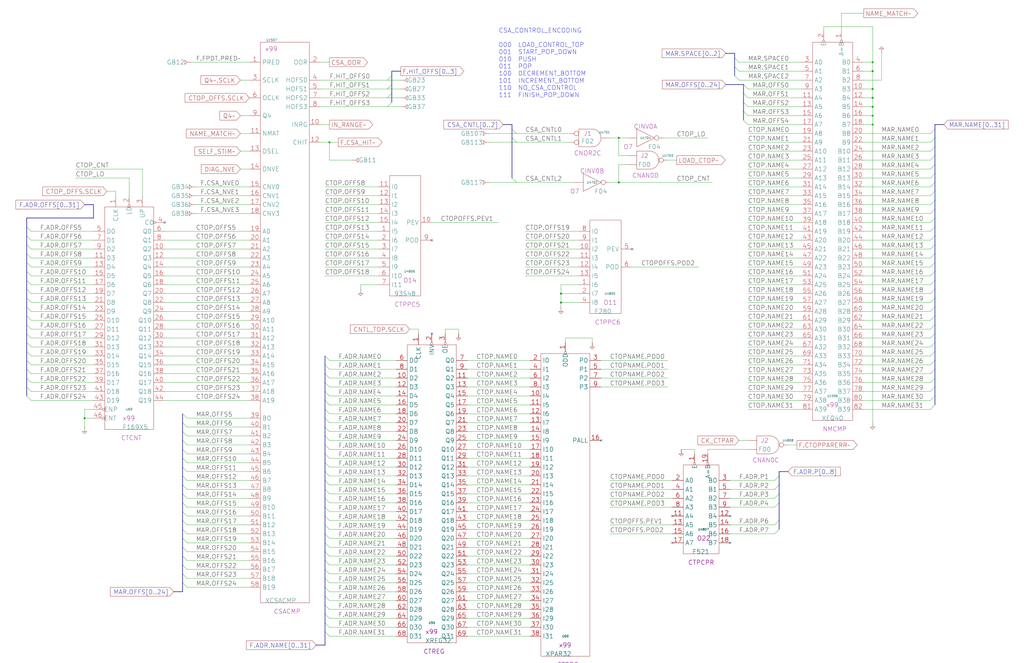
<source format=kicad_sch>
(kicad_sch (version 20230121) (generator eeschema)
  (paper "User" 584.2 378.46)
  (title_block (title "CSA OFFSET SELECT") (date "20-MAR-90") (rev "1.0") (comment 1 "FIU") (comment 2 "232-003065") (comment 3 "S400") (comment 4 "RELEASED"))
  (junction (at 497.84 60.96))
  (junction (at 497.84 50.8))
  (junction (at 48.26 238.76))
  (junction (at 497.84 55.88))
  (junction (at 353.06 78.74))
  (junction (at 497.84 35.56))
  (junction (at 353.06 104.14))
  (junction (at 320.04 167.64))
  (junction (at 497.84 66.04))
  (junction (at 497.84 40.64))
  (junction (at 320.04 172.72))
  (junction (at 187.96 81.28))
  (junction (at 497.84 71.12))
  (no_connect (at 416.56 294.64))
  (no_connect (at 246.38 137.16))
  (no_connect (at 246.38 190.5))
  (no_connect (at 342.9 251.46))
  (no_connect (at 416.56 309.88))
  (no_connect (at 360.68 142.24))
  (no_connect (at 383.54 309.88))
  (no_connect (at 383.54 294.64))
  (no_connect (at 93.98 127))
  (bus_entry (at 223.52 48.26) (size -2.54 2.54))
  (bus_entry (at 185.42 243.84) (size 2.54 2.54))
  (bus_entry (at 533.4 93.98) (size -2.54 2.54))
  (bus_entry (at 444.5 297.18) (size -2.54 2.54))
  (bus_entry (at 419.1 43.18) (size 2.54 2.54))
  (bus_entry (at 185.42 248.92) (size 2.54 2.54))
  (bus_entry (at 15.24 134.62) (size 2.54 2.54))
  (bus_entry (at 15.24 210.82) (size 2.54 2.54))
  (bus_entry (at 104.14 302.26) (size 2.54 2.54))
  (bus_entry (at 533.4 210.82) (size -2.54 2.54))
  (bus_entry (at 185.42 345.44) (size 2.54 2.54))
  (bus_entry (at 185.42 208.28) (size 2.54 2.54))
  (bus_entry (at 104.14 251.46) (size 2.54 2.54))
  (bus_entry (at 533.4 205.74) (size -2.54 2.54))
  (bus_entry (at 185.42 320.04) (size 2.54 2.54))
  (bus_entry (at 533.4 104.14) (size -2.54 2.54))
  (bus_entry (at 533.4 195.58) (size -2.54 2.54))
  (bus_entry (at 104.14 307.34) (size 2.54 2.54))
  (bus_entry (at 185.42 330.2) (size 2.54 2.54))
  (bus_entry (at 419.1 33.02) (size 2.54 2.54))
  (bus_entry (at 533.4 99.06) (size -2.54 2.54))
  (bus_entry (at 223.52 53.34) (size -2.54 2.54))
  (bus_entry (at 533.4 144.78) (size -2.54 2.54))
  (bus_entry (at 15.24 180.34) (size 2.54 2.54))
  (bus_entry (at 15.24 215.9) (size 2.54 2.54))
  (bus_entry (at 104.14 261.62) (size 2.54 2.54))
  (bus_entry (at 533.4 175.26) (size -2.54 2.54))
  (bus_entry (at 104.14 327.66) (size 2.54 2.54))
  (bus_entry (at 533.4 149.86) (size -2.54 2.54))
  (bus_entry (at 185.42 254) (size 2.54 2.54))
  (bus_entry (at 185.42 233.68) (size 2.54 2.54))
  (bus_entry (at 533.4 119.38) (size -2.54 2.54))
  (bus_entry (at 104.14 322.58) (size 2.54 2.54))
  (bus_entry (at 185.42 350.52) (size 2.54 2.54))
  (bus_entry (at 185.42 294.64) (size 2.54 2.54))
  (bus_entry (at 15.24 195.58) (size 2.54 2.54))
  (bus_entry (at 104.14 236.22) (size 2.54 2.54))
  (bus_entry (at 533.4 124.46) (size -2.54 2.54))
  (bus_entry (at 185.42 223.52) (size 2.54 2.54))
  (bus_entry (at 185.42 284.48) (size 2.54 2.54))
  (bus_entry (at 15.24 226.06) (size 2.54 2.54))
  (bus_entry (at 444.5 281.94) (size -2.54 2.54))
  (bus_entry (at 185.42 238.76) (size 2.54 2.54))
  (bus_entry (at 292.1 101.6) (size 2.54 2.54))
  (bus_entry (at 15.24 220.98) (size 2.54 2.54))
  (bus_entry (at 104.14 281.94) (size 2.54 2.54))
  (bus_entry (at 533.4 73.66) (size -2.54 2.54))
  (bus_entry (at 424.18 58.42) (size 2.54 2.54))
  (bus_entry (at 15.24 205.74) (size 2.54 2.54))
  (bus_entry (at 185.42 259.08) (size 2.54 2.54))
  (bus_entry (at 533.4 154.94) (size -2.54 2.54))
  (bus_entry (at 185.42 314.96) (size 2.54 2.54))
  (bus_entry (at 185.42 304.8) (size 2.54 2.54))
  (bus_entry (at 185.42 213.36) (size 2.54 2.54))
  (bus_entry (at 533.4 190.5) (size -2.54 2.54))
  (bus_entry (at 104.14 256.54) (size 2.54 2.54))
  (bus_entry (at 15.24 190.5) (size 2.54 2.54))
  (bus_entry (at 104.14 292.1) (size 2.54 2.54))
  (bus_entry (at 533.4 170.18) (size -2.54 2.54))
  (bus_entry (at 533.4 160.02) (size -2.54 2.54))
  (bus_entry (at 104.14 332.74) (size 2.54 2.54))
  (bus_entry (at 185.42 299.72) (size 2.54 2.54))
  (bus_entry (at 533.4 88.9) (size -2.54 2.54))
  (bus_entry (at 533.4 180.34) (size -2.54 2.54))
  (bus_entry (at 533.4 220.98) (size -2.54 2.54))
  (bus_entry (at 533.4 129.54) (size -2.54 2.54))
  (bus_entry (at 419.1 38.1) (size 2.54 2.54))
  (bus_entry (at 15.24 170.18) (size 2.54 2.54))
  (bus_entry (at 444.5 302.26) (size -2.54 2.54))
  (bus_entry (at 424.18 68.58) (size 2.54 2.54))
  (bus_entry (at 15.24 175.26) (size 2.54 2.54))
  (bus_entry (at 104.14 297.18) (size 2.54 2.54))
  (bus_entry (at 15.24 139.7) (size 2.54 2.54))
  (bus_entry (at 424.18 53.34) (size 2.54 2.54))
  (bus_entry (at 185.42 274.32) (size 2.54 2.54))
  (bus_entry (at 15.24 144.78) (size 2.54 2.54))
  (bus_entry (at 533.4 200.66) (size -2.54 2.54))
  (bus_entry (at 444.5 287.02) (size -2.54 2.54))
  (bus_entry (at 185.42 355.6) (size 2.54 2.54))
  (bus_entry (at 15.24 165.1) (size 2.54 2.54))
  (bus_entry (at 185.42 203.2) (size 2.54 2.54))
  (bus_entry (at 185.42 264.16) (size 2.54 2.54))
  (bus_entry (at 223.52 58.42) (size -2.54 2.54))
  (bus_entry (at 15.24 149.86) (size 2.54 2.54))
  (bus_entry (at 424.18 48.26) (size 2.54 2.54))
  (bus_entry (at 533.4 109.22) (size -2.54 2.54))
  (bus_entry (at 104.14 241.3) (size 2.54 2.54))
  (bus_entry (at 104.14 271.78) (size 2.54 2.54))
  (bus_entry (at 185.42 325.12) (size 2.54 2.54))
  (bus_entry (at 444.5 271.78) (size -2.54 2.54))
  (bus_entry (at 533.4 226.06) (size -2.54 2.54))
  (bus_entry (at 185.42 218.44) (size 2.54 2.54))
  (bus_entry (at 185.42 340.36) (size 2.54 2.54))
  (bus_entry (at 15.24 200.66) (size 2.54 2.54))
  (bus_entry (at 533.4 215.9) (size -2.54 2.54))
  (bus_entry (at 533.4 134.62) (size -2.54 2.54))
  (bus_entry (at 185.42 279.4) (size 2.54 2.54))
  (bus_entry (at 104.14 317.5) (size 2.54 2.54))
  (bus_entry (at 533.4 139.7) (size -2.54 2.54))
  (bus_entry (at 15.24 185.42) (size 2.54 2.54))
  (bus_entry (at 104.14 287.02) (size 2.54 2.54))
  (bus_entry (at 15.24 160.02) (size 2.54 2.54))
  (bus_entry (at 104.14 266.7) (size 2.54 2.54))
  (bus_entry (at 424.18 63.5) (size 2.54 2.54))
  (bus_entry (at 533.4 185.42) (size -2.54 2.54))
  (bus_entry (at 533.4 78.74) (size -2.54 2.54))
  (bus_entry (at 533.4 114.3) (size -2.54 2.54))
  (bus_entry (at 533.4 83.82) (size -2.54 2.54))
  (bus_entry (at 185.42 289.56) (size 2.54 2.54))
  (bus_entry (at 185.42 360.68) (size 2.54 2.54))
  (bus_entry (at 185.42 309.88) (size 2.54 2.54))
  (bus_entry (at 104.14 246.38) (size 2.54 2.54))
  (bus_entry (at 104.14 312.42) (size 2.54 2.54))
  (bus_entry (at 185.42 269.24) (size 2.54 2.54))
  (bus_entry (at 292.1 73.66) (size 2.54 2.54))
  (bus_entry (at 185.42 335.28) (size 2.54 2.54))
  (bus_entry (at 104.14 276.86) (size 2.54 2.54))
  (bus_entry (at 15.24 154.94) (size 2.54 2.54))
  (bus_entry (at 185.42 228.6) (size 2.54 2.54))
  (bus_entry (at 533.4 231.14) (size -2.54 2.54))
  (bus_entry (at 223.52 43.18) (size -2.54 2.54))
  (bus_entry (at 444.5 276.86) (size -2.54 2.54))
  (bus_entry (at 292.1 78.74) (size 2.54 2.54))
  (bus_entry (at 15.24 129.54) (size 2.54 2.54))
  (bus_entry (at 533.4 165.1) (size -2.54 2.54))
  (wire (pts (xy 353.06 104.14) (xy 406.4 104.14)))
  (wire (pts (xy 294.64 81.28) (xy 325.12 81.28)))
  (wire (pts (xy 66.04 109.22) (xy 66.04 111.76)))
  (wire (pts (xy 492.76 45.72) (xy 502.92 45.72)))
  (wire (pts (xy 530.86 228.6) (xy 492.76 228.6)))
  (bus (pts (xy 185.42 350.52) (xy 185.42 355.6)))
  (wire (pts (xy 480.06 7.62) (xy 480.06 17.78)))
  (bus (pts (xy 419.1 30.48) (xy 419.1 33.02)))
  (bus (pts (xy 15.24 220.98) (xy 15.24 226.06)))
  (wire (pts (xy 266.7 261.62) (xy 302.26 261.62)))
  (bus (pts (xy 185.42 238.76) (xy 185.42 243.84)))
  (bus (pts (xy 424.18 53.34) (xy 424.18 58.42)))
  (wire (pts (xy 279.4 104.14) (xy 294.64 104.14)))
  (wire (pts (xy 426.72 223.52) (xy 457.2 223.52)))
  (wire (pts (xy 530.86 81.28) (xy 492.76 81.28)))
  (bus (pts (xy 414.02 30.48) (xy 419.1 30.48)))
  (bus (pts (xy 185.42 330.2) (xy 185.42 335.28)))
  (wire (pts (xy 358.14 93.98) (xy 353.06 93.98)))
  (wire (pts (xy 266.7 337.82) (xy 302.26 337.82)))
  (wire (pts (xy 48.26 243.84) (xy 48.26 238.76)))
  (wire (pts (xy 426.72 121.92) (xy 457.2 121.92)))
  (wire (pts (xy 187.96 220.98) (xy 226.06 220.98)))
  (wire (pts (xy 497.84 15.24) (xy 497.84 35.56)))
  (wire (pts (xy 426.72 172.72) (xy 457.2 172.72)))
  (wire (pts (xy 426.72 193.04) (xy 457.2 193.04)))
  (wire (pts (xy 330.2 167.64) (xy 320.04 167.64)))
  (bus (pts (xy 185.42 299.72) (xy 185.42 304.8)))
  (wire (pts (xy 426.72 213.36) (xy 457.2 213.36)))
  (wire (pts (xy 93.98 218.44) (xy 142.24 218.44)))
  (bus (pts (xy 15.24 210.82) (xy 15.24 215.9)))
  (wire (pts (xy 294.64 76.2) (xy 325.12 76.2)))
  (wire (pts (xy 93.98 193.04) (xy 142.24 193.04)))
  (bus (pts (xy 223.52 43.18) (xy 223.52 48.26)))
  (wire (pts (xy 187.96 281.94) (xy 226.06 281.94)))
  (wire (pts (xy 530.86 203.2) (xy 492.76 203.2)))
  (bus (pts (xy 15.24 190.5) (xy 15.24 195.58)))
  (wire (pts (xy 426.72 66.04) (xy 457.2 66.04)))
  (bus (pts (xy 185.42 243.84) (xy 185.42 248.92)))
  (wire (pts (xy 220.98 50.8) (xy 228.6 50.8)))
  (wire (pts (xy 299.72 152.4) (xy 330.2 152.4)))
  (wire (pts (xy 187.96 81.28) (xy 193.04 81.28)))
  (wire (pts (xy 322.58 193.04) (xy 322.58 195.58)))
  (wire (pts (xy 266.7 332.74) (xy 302.26 332.74)))
  (bus (pts (xy 53.34 124.46) (xy 15.24 124.46)))
  (bus (pts (xy 104.14 322.58) (xy 104.14 327.66)))
  (wire (pts (xy 17.78 187.96) (xy 53.34 187.96)))
  (bus (pts (xy 15.24 165.1) (xy 15.24 170.18)))
  (bus (pts (xy 223.52 40.64) (xy 228.6 40.64)))
  (wire (pts (xy 93.98 208.28) (xy 142.24 208.28)))
  (bus (pts (xy 419.1 38.1) (xy 419.1 43.18)))
  (bus (pts (xy 15.24 160.02) (xy 15.24 165.1)))
  (wire (pts (xy 266.7 363.22) (xy 302.26 363.22)))
  (wire (pts (xy 530.86 172.72) (xy 492.76 172.72)))
  (wire (pts (xy 279.4 81.28) (xy 294.64 81.28)))
  (wire (pts (xy 279.4 76.2) (xy 294.64 76.2)))
  (wire (pts (xy 353.06 93.98) (xy 353.06 104.14)))
  (wire (pts (xy 220.98 60.96) (xy 228.6 60.96)))
  (wire (pts (xy 187.96 327.66) (xy 226.06 327.66)))
  (wire (pts (xy 187.96 231.14) (xy 226.06 231.14)))
  (wire (pts (xy 426.72 218.44) (xy 457.2 218.44)))
  (wire (pts (xy 266.7 317.5) (xy 302.26 317.5)))
  (bus (pts (xy 444.5 287.02) (xy 444.5 297.18)))
  (wire (pts (xy 93.98 152.4) (xy 142.24 152.4)))
  (wire (pts (xy 17.78 137.16) (xy 53.34 137.16)))
  (wire (pts (xy 497.84 66.04) (xy 497.84 71.12)))
  (wire (pts (xy 530.86 198.12) (xy 492.76 198.12)))
  (wire (pts (xy 17.78 142.24) (xy 53.34 142.24)))
  (wire (pts (xy 187.96 271.78) (xy 226.06 271.78)))
  (bus (pts (xy 15.24 154.94) (xy 15.24 160.02)))
  (wire (pts (xy 403.86 259.08) (xy 403.86 256.54)))
  (wire (pts (xy 215.9 162.56) (xy 205.74 162.56)))
  (bus (pts (xy 185.42 254) (xy 185.42 259.08)))
  (wire (pts (xy 469.9 15.24) (xy 497.84 15.24)))
  (bus (pts (xy 533.4 93.98) (xy 533.4 99.06)))
  (bus (pts (xy 104.14 251.46) (xy 104.14 256.54)))
  (wire (pts (xy 60.96 109.22) (xy 66.04 109.22)))
  (wire (pts (xy 426.72 142.24) (xy 457.2 142.24)))
  (wire (pts (xy 342.9 210.82) (xy 381 210.82)))
  (wire (pts (xy 185.42 116.84) (xy 215.9 116.84)))
  (wire (pts (xy 530.86 223.52) (xy 492.76 223.52)))
  (wire (pts (xy 106.68 314.96) (xy 142.24 314.96)))
  (wire (pts (xy 187.96 302.26) (xy 226.06 302.26)))
  (wire (pts (xy 17.78 198.12) (xy 53.34 198.12)))
  (wire (pts (xy 187.96 322.58) (xy 226.06 322.58)))
  (wire (pts (xy 266.7 215.9) (xy 302.26 215.9)))
  (wire (pts (xy 17.78 203.2) (xy 53.34 203.2)))
  (wire (pts (xy 530.86 157.48) (xy 492.76 157.48)))
  (bus (pts (xy 533.4 154.94) (xy 533.4 160.02)))
  (wire (pts (xy 17.78 213.36) (xy 53.34 213.36)))
  (wire (pts (xy 530.86 177.8) (xy 492.76 177.8)))
  (wire (pts (xy 187.96 347.98) (xy 226.06 347.98)))
  (wire (pts (xy 182.88 35.56) (xy 187.96 35.56)))
  (wire (pts (xy 93.98 187.96) (xy 142.24 187.96)))
  (wire (pts (xy 17.78 182.88) (xy 53.34 182.88)))
  (wire (pts (xy 137.16 96.52) (xy 142.24 96.52)))
  (wire (pts (xy 358.14 88.9) (xy 353.06 88.9)))
  (wire (pts (xy 426.72 198.12) (xy 457.2 198.12)))
  (bus (pts (xy 419.1 33.02) (xy 419.1 38.1)))
  (wire (pts (xy 220.98 55.88) (xy 228.6 55.88)))
  (bus (pts (xy 15.24 129.54) (xy 15.24 134.62)))
  (wire (pts (xy 426.72 96.52) (xy 457.2 96.52)))
  (wire (pts (xy 185.42 142.24) (xy 215.9 142.24)))
  (wire (pts (xy 266.7 287.02) (xy 302.26 287.02)))
  (wire (pts (xy 266.7 241.3) (xy 302.26 241.3)))
  (bus (pts (xy 424.18 63.5) (xy 424.18 68.58)))
  (bus (pts (xy 104.14 241.3) (xy 104.14 246.38)))
  (wire (pts (xy 530.86 233.68) (xy 492.76 233.68)))
  (wire (pts (xy 182.88 50.8) (xy 220.98 50.8)))
  (wire (pts (xy 530.86 182.88) (xy 492.76 182.88)))
  (bus (pts (xy 104.14 287.02) (xy 104.14 292.1)))
  (wire (pts (xy 93.98 172.72) (xy 142.24 172.72)))
  (wire (pts (xy 187.96 226.06) (xy 226.06 226.06)))
  (wire (pts (xy 266.7 231.14) (xy 302.26 231.14)))
  (wire (pts (xy 185.42 127) (xy 215.9 127)))
  (wire (pts (xy 17.78 157.48) (xy 53.34 157.48)))
  (wire (pts (xy 106.68 304.8) (xy 142.24 304.8)))
  (wire (pts (xy 381 91.44) (xy 386.08 91.44)))
  (wire (pts (xy 266.7 353.06) (xy 302.26 353.06)))
  (wire (pts (xy 106.68 284.48) (xy 142.24 284.48)))
  (bus (pts (xy 185.42 208.28) (xy 185.42 213.36)))
  (wire (pts (xy 17.78 172.72) (xy 53.34 172.72)))
  (wire (pts (xy 93.98 142.24) (xy 142.24 142.24)))
  (bus (pts (xy 15.24 180.34) (xy 15.24 185.42)))
  (bus (pts (xy 185.42 203.2) (xy 185.42 208.28)))
  (bus (pts (xy 15.24 205.74) (xy 15.24 210.82)))
  (wire (pts (xy 254 187.96) (xy 261.62 187.96)))
  (wire (pts (xy 187.96 276.86) (xy 226.06 276.86)))
  (wire (pts (xy 403.86 78.74) (xy 378.46 78.74)))
  (bus (pts (xy 15.24 175.26) (xy 15.24 180.34)))
  (bus (pts (xy 104.14 261.62) (xy 104.14 266.7)))
  (bus (pts (xy 533.4 210.82) (xy 533.4 215.9)))
  (bus (pts (xy 533.4 165.1) (xy 533.4 170.18)))
  (wire (pts (xy 17.78 177.8) (xy 53.34 177.8)))
  (bus (pts (xy 15.24 149.86) (xy 15.24 154.94)))
  (wire (pts (xy 187.96 251.46) (xy 226.06 251.46)))
  (wire (pts (xy 187.96 292.1) (xy 226.06 292.1)))
  (bus (pts (xy 104.14 317.5) (xy 104.14 322.58)))
  (wire (pts (xy 111.76 116.84) (xy 142.24 116.84)))
  (wire (pts (xy 330.2 162.56) (xy 320.04 162.56)))
  (wire (pts (xy 426.72 116.84) (xy 457.2 116.84)))
  (wire (pts (xy 299.72 132.08) (xy 330.2 132.08)))
  (bus (pts (xy 104.14 307.34) (xy 104.14 312.42)))
  (bus (pts (xy 533.4 170.18) (xy 533.4 175.26)))
  (wire (pts (xy 185.42 132.08) (xy 215.9 132.08)))
  (wire (pts (xy 426.72 132.08) (xy 457.2 132.08)))
  (wire (pts (xy 426.72 106.68) (xy 457.2 106.68)))
  (wire (pts (xy 106.68 335.28) (xy 142.24 335.28)))
  (wire (pts (xy 111.76 111.76) (xy 142.24 111.76)))
  (wire (pts (xy 266.7 307.34) (xy 302.26 307.34)))
  (wire (pts (xy 530.86 127) (xy 492.76 127)))
  (bus (pts (xy 444.5 269.24) (xy 444.5 271.78)))
  (wire (pts (xy 299.72 157.48) (xy 330.2 157.48)))
  (wire (pts (xy 187.96 241.3) (xy 226.06 241.3)))
  (bus (pts (xy 185.42 259.08) (xy 185.42 264.16)))
  (wire (pts (xy 266.7 220.98) (xy 302.26 220.98)))
  (wire (pts (xy 320.04 167.64) (xy 320.04 172.72)))
  (wire (pts (xy 492.76 55.88) (xy 497.84 55.88)))
  (bus (pts (xy 185.42 228.6) (xy 185.42 233.68)))
  (wire (pts (xy 530.86 132.08) (xy 492.76 132.08)))
  (wire (pts (xy 187.96 215.9) (xy 226.06 215.9)))
  (wire (pts (xy 426.72 233.68) (xy 457.2 233.68)))
  (wire (pts (xy 421.64 251.46) (xy 426.72 251.46)))
  (bus (pts (xy 15.24 144.78) (xy 15.24 149.86)))
  (bus (pts (xy 444.5 281.94) (xy 444.5 287.02)))
  (bus (pts (xy 185.42 320.04) (xy 185.42 325.12)))
  (wire (pts (xy 426.72 91.44) (xy 457.2 91.44)))
  (wire (pts (xy 93.98 228.6) (xy 142.24 228.6)))
  (wire (pts (xy 106.68 294.64) (xy 142.24 294.64)))
  (wire (pts (xy 106.68 320.04) (xy 142.24 320.04)))
  (wire (pts (xy 299.72 142.24) (xy 330.2 142.24)))
  (wire (pts (xy 497.84 40.64) (xy 497.84 50.8)))
  (wire (pts (xy 93.98 147.32) (xy 142.24 147.32)))
  (bus (pts (xy 533.4 226.06) (xy 533.4 231.14)))
  (wire (pts (xy 182.88 45.72) (xy 220.98 45.72)))
  (wire (pts (xy 492.76 66.04) (xy 497.84 66.04)))
  (wire (pts (xy 17.78 152.4) (xy 53.34 152.4)))
  (wire (pts (xy 337.82 195.58) (xy 337.82 193.04)))
  (bus (pts (xy 533.4 144.78) (xy 533.4 149.86)))
  (wire (pts (xy 187.96 337.82) (xy 226.06 337.82)))
  (wire (pts (xy 246.38 127) (xy 284.48 127)))
  (wire (pts (xy 266.7 312.42) (xy 302.26 312.42)))
  (bus (pts (xy 538.48 71.12) (xy 533.4 71.12)))
  (wire (pts (xy 426.72 182.88) (xy 457.2 182.88)))
  (wire (pts (xy 266.7 292.1) (xy 302.26 292.1)))
  (wire (pts (xy 449.58 254) (xy 454.66 254)))
  (bus (pts (xy 104.14 297.18) (xy 104.14 302.26)))
  (wire (pts (xy 266.7 210.82) (xy 302.26 210.82)))
  (wire (pts (xy 497.84 71.12) (xy 497.84 241.3)))
  (wire (pts (xy 106.68 309.88) (xy 142.24 309.88)))
  (wire (pts (xy 187.96 91.44) (xy 187.96 81.28)))
  (wire (pts (xy 187.96 287.02) (xy 226.06 287.02)))
  (wire (pts (xy 530.86 142.24) (xy 492.76 142.24)))
  (bus (pts (xy 15.24 139.7) (xy 15.24 144.78)))
  (wire (pts (xy 266.7 276.86) (xy 302.26 276.86)))
  (wire (pts (xy 187.96 261.62) (xy 226.06 261.62)))
  (wire (pts (xy 187.96 246.38) (xy 226.06 246.38)))
  (bus (pts (xy 414.02 48.26) (xy 424.18 48.26)))
  (wire (pts (xy 73.66 101.6) (xy 73.66 111.76)))
  (bus (pts (xy 292.1 78.74) (xy 292.1 101.6)))
  (wire (pts (xy 187.96 332.74) (xy 226.06 332.74)))
  (wire (pts (xy 254 187.96) (xy 254 190.5)))
  (bus (pts (xy 185.42 304.8) (xy 185.42 309.88)))
  (bus (pts (xy 533.4 220.98) (xy 533.4 226.06)))
  (wire (pts (xy 106.68 254) (xy 142.24 254)))
  (bus (pts (xy 287.02 71.12) (xy 292.1 71.12)))
  (wire (pts (xy 220.98 45.72) (xy 228.6 45.72)))
  (wire (pts (xy 43.18 101.6) (xy 73.66 101.6)))
  (wire (pts (xy 492.76 35.56) (xy 497.84 35.56)))
  (bus (pts (xy 533.4 175.26) (xy 533.4 180.34)))
  (bus (pts (xy 424.18 48.26) (xy 424.18 53.34)))
  (wire (pts (xy 426.72 111.76) (xy 457.2 111.76)))
  (bus (pts (xy 185.42 279.4) (xy 185.42 284.48)))
  (wire (pts (xy 497.84 60.96) (xy 497.84 66.04)))
  (wire (pts (xy 497.84 50.8) (xy 497.84 55.88)))
  (bus (pts (xy 185.42 340.36) (xy 185.42 345.44)))
  (wire (pts (xy 426.72 55.88) (xy 457.2 55.88)))
  (bus (pts (xy 15.24 170.18) (xy 15.24 175.26)))
  (wire (pts (xy 182.88 81.28) (xy 187.96 81.28)))
  (wire (pts (xy 81.28 96.52) (xy 81.28 111.76)))
  (wire (pts (xy 320.04 172.72) (xy 320.04 175.26)))
  (wire (pts (xy 205.74 162.56) (xy 205.74 165.1)))
  (bus (pts (xy 533.4 73.66) (xy 533.4 78.74)))
  (wire (pts (xy 530.86 86.36) (xy 492.76 86.36)))
  (wire (pts (xy 530.86 76.2) (xy 492.76 76.2)))
  (bus (pts (xy 104.14 312.42) (xy 104.14 317.5)))
  (bus (pts (xy 185.42 368.3) (xy 185.42 360.68)))
  (wire (pts (xy 187.96 205.74) (xy 226.06 205.74)))
  (wire (pts (xy 187.96 266.7) (xy 226.06 266.7)))
  (wire (pts (xy 17.78 162.56) (xy 53.34 162.56)))
  (wire (pts (xy 106.68 274.32) (xy 142.24 274.32)))
  (wire (pts (xy 137.16 45.72) (xy 142.24 45.72)))
  (wire (pts (xy 187.96 353.06) (xy 226.06 353.06)))
  (wire (pts (xy 238.76 187.96) (xy 238.76 190.5)))
  (wire (pts (xy 53.34 233.68) (xy 48.26 233.68)))
  (bus (pts (xy 104.14 327.66) (xy 104.14 332.74)))
  (wire (pts (xy 93.98 162.56) (xy 142.24 162.56)))
  (wire (pts (xy 426.72 228.6) (xy 457.2 228.6)))
  (wire (pts (xy 266.7 236.22) (xy 302.26 236.22)))
  (wire (pts (xy 426.72 187.96) (xy 457.2 187.96)))
  (wire (pts (xy 426.72 71.12) (xy 457.2 71.12)))
  (wire (pts (xy 106.68 330.2) (xy 142.24 330.2)))
  (bus (pts (xy 104.14 302.26) (xy 104.14 307.34)))
  (wire (pts (xy 530.86 187.96) (xy 492.76 187.96)))
  (wire (pts (xy 530.86 218.44) (xy 492.76 218.44)))
  (wire (pts (xy 530.86 111.76) (xy 492.76 111.76)))
  (wire (pts (xy 200.66 91.44) (xy 187.96 91.44)))
  (wire (pts (xy 266.7 205.74) (xy 302.26 205.74)))
  (wire (pts (xy 347.98 304.8) (xy 383.54 304.8)))
  (wire (pts (xy 502.92 45.72) (xy 502.92 30.48)))
  (bus (pts (xy 104.14 256.54) (xy 104.14 261.62)))
  (wire (pts (xy 530.86 162.56) (xy 492.76 162.56)))
  (wire (pts (xy 426.72 86.36) (xy 457.2 86.36)))
  (bus (pts (xy 533.4 185.42) (xy 533.4 190.5)))
  (wire (pts (xy 530.86 147.32) (xy 492.76 147.32)))
  (bus (pts (xy 444.5 297.18) (xy 444.5 302.26)))
  (bus (pts (xy 185.42 314.96) (xy 185.42 320.04)))
  (wire (pts (xy 93.98 132.08) (xy 142.24 132.08)))
  (wire (pts (xy 416.56 304.8) (xy 441.96 304.8)))
  (wire (pts (xy 337.82 193.04) (xy 322.58 193.04)))
  (wire (pts (xy 187.96 342.9) (xy 226.06 342.9)))
  (wire (pts (xy 137.16 76.2) (xy 142.24 76.2)))
  (wire (pts (xy 530.86 167.64) (xy 492.76 167.64)))
  (wire (pts (xy 187.96 317.5) (xy 226.06 317.5)))
  (wire (pts (xy 426.72 177.8) (xy 457.2 177.8)))
  (wire (pts (xy 426.72 50.8) (xy 457.2 50.8)))
  (bus (pts (xy 104.14 271.78) (xy 104.14 276.86)))
  (wire (pts (xy 266.7 302.26) (xy 302.26 302.26)))
  (wire (pts (xy 93.98 223.52) (xy 142.24 223.52)))
  (wire (pts (xy 187.96 363.22) (xy 226.06 363.22)))
  (bus (pts (xy 533.4 200.66) (xy 533.4 205.74)))
  (bus (pts (xy 533.4 99.06) (xy 533.4 104.14)))
  (wire (pts (xy 106.68 259.08) (xy 142.24 259.08)))
  (wire (pts (xy 187.96 312.42) (xy 226.06 312.42)))
  (wire (pts (xy 187.96 307.34) (xy 226.06 307.34)))
  (wire (pts (xy 266.7 322.58) (xy 302.26 322.58)))
  (wire (pts (xy 347.98 78.74) (xy 353.06 78.74)))
  (wire (pts (xy 299.72 147.32) (xy 330.2 147.32)))
  (wire (pts (xy 185.42 111.76) (xy 215.9 111.76)))
  (bus (pts (xy 533.4 205.74) (xy 533.4 210.82)))
  (wire (pts (xy 530.86 193.04) (xy 492.76 193.04)))
  (wire (pts (xy 261.62 190.5) (xy 261.62 187.96)))
  (bus (pts (xy 104.14 281.94) (xy 104.14 287.02)))
  (bus (pts (xy 424.18 58.42) (xy 424.18 63.5)))
  (wire (pts (xy 93.98 203.2) (xy 142.24 203.2)))
  (wire (pts (xy 426.72 76.2) (xy 457.2 76.2)))
  (bus (pts (xy 104.14 266.7) (xy 104.14 271.78)))
  (bus (pts (xy 533.4 104.14) (xy 533.4 109.22)))
  (bus (pts (xy 104.14 236.22) (xy 104.14 241.3)))
  (wire (pts (xy 106.68 325.12) (xy 142.24 325.12)))
  (wire (pts (xy 17.78 228.6) (xy 53.34 228.6)))
  (wire (pts (xy 106.68 248.92) (xy 142.24 248.92)))
  (wire (pts (xy 187.96 210.82) (xy 226.06 210.82)))
  (bus (pts (xy 533.4 180.34) (xy 533.4 185.42)))
  (wire (pts (xy 530.86 116.84) (xy 492.76 116.84)))
  (bus (pts (xy 185.42 218.44) (xy 185.42 223.52)))
  (wire (pts (xy 182.88 55.88) (xy 220.98 55.88)))
  (wire (pts (xy 347.98 299.72) (xy 383.54 299.72)))
  (wire (pts (xy 266.7 266.7) (xy 302.26 266.7)))
  (wire (pts (xy 48.26 233.68) (xy 48.26 238.76)))
  (bus (pts (xy 104.14 276.86) (xy 104.14 281.94)))
  (wire (pts (xy 426.72 208.28) (xy 457.2 208.28)))
  (wire (pts (xy 342.9 205.74) (xy 381 205.74)))
  (wire (pts (xy 426.72 157.48) (xy 457.2 157.48)))
  (wire (pts (xy 185.42 152.4) (xy 215.9 152.4)))
  (wire (pts (xy 497.84 35.56) (xy 497.84 40.64)))
  (bus (pts (xy 185.42 309.88) (xy 185.42 314.96)))
  (wire (pts (xy 426.72 137.16) (xy 457.2 137.16)))
  (wire (pts (xy 187.96 236.22) (xy 226.06 236.22)))
  (wire (pts (xy 111.76 121.92) (xy 142.24 121.92)))
  (wire (pts (xy 106.68 279.4) (xy 142.24 279.4)))
  (wire (pts (xy 106.68 299.72) (xy 142.24 299.72)))
  (wire (pts (xy 426.72 147.32) (xy 457.2 147.32)))
  (bus (pts (xy 533.4 190.5) (xy 533.4 195.58)))
  (wire (pts (xy 426.72 60.96) (xy 457.2 60.96)))
  (wire (pts (xy 492.76 7.62) (xy 480.06 7.62)))
  (wire (pts (xy 185.42 106.68) (xy 215.9 106.68)))
  (bus (pts (xy 533.4 78.74) (xy 533.4 83.82)))
  (wire (pts (xy 426.72 81.28) (xy 457.2 81.28)))
  (wire (pts (xy 106.68 264.16) (xy 142.24 264.16)))
  (wire (pts (xy 360.68 152.4) (xy 398.78 152.4)))
  (bus (pts (xy 444.5 271.78) (xy 444.5 276.86)))
  (wire (pts (xy 93.98 198.12) (xy 142.24 198.12)))
  (wire (pts (xy 266.7 256.54) (xy 302.26 256.54)))
  (wire (pts (xy 403.86 256.54) (xy 426.72 256.54)))
  (wire (pts (xy 93.98 177.8) (xy 142.24 177.8)))
  (wire (pts (xy 416.56 274.32) (xy 441.96 274.32)))
  (wire (pts (xy 353.06 78.74) (xy 358.14 78.74)))
  (wire (pts (xy 492.76 71.12) (xy 497.84 71.12)))
  (wire (pts (xy 530.86 208.28) (xy 492.76 208.28)))
  (bus (pts (xy 15.24 124.46) (xy 15.24 129.54)))
  (wire (pts (xy 426.72 101.6) (xy 457.2 101.6)))
  (bus (pts (xy 53.34 116.84) (xy 53.34 124.46)))
  (wire (pts (xy 388.62 256.54) (xy 396.24 256.54)))
  (wire (pts (xy 347.98 104.14) (xy 353.06 104.14)))
  (wire (pts (xy 48.26 238.76) (xy 53.34 238.76)))
  (bus (pts (xy 185.42 233.68) (xy 185.42 238.76)))
  (wire (pts (xy 137.16 86.36) (xy 142.24 86.36)))
  (wire (pts (xy 182.88 71.12) (xy 187.96 71.12)))
  (wire (pts (xy 17.78 167.64) (xy 53.34 167.64)))
  (wire (pts (xy 426.72 162.56) (xy 457.2 162.56)))
  (wire (pts (xy 182.88 60.96) (xy 220.98 60.96)))
  (bus (pts (xy 533.4 109.22) (xy 533.4 114.3)))
  (wire (pts (xy 416.56 284.48) (xy 441.96 284.48)))
  (wire (pts (xy 187.96 256.54) (xy 226.06 256.54)))
  (wire (pts (xy 106.68 238.76) (xy 142.24 238.76)))
  (bus (pts (xy 223.52 40.64) (xy 223.52 43.18)))
  (wire (pts (xy 187.96 297.18) (xy 226.06 297.18)))
  (bus (pts (xy 15.24 185.42) (xy 15.24 190.5)))
  (bus (pts (xy 533.4 139.7) (xy 533.4 144.78)))
  (wire (pts (xy 347.98 274.32) (xy 383.54 274.32)))
  (wire (pts (xy 426.72 203.2) (xy 457.2 203.2)))
  (wire (pts (xy 266.7 297.18) (xy 302.26 297.18)))
  (wire (pts (xy 426.72 152.4) (xy 457.2 152.4)))
  (wire (pts (xy 530.86 106.68) (xy 492.76 106.68)))
  (wire (pts (xy 347.98 279.4) (xy 383.54 279.4)))
  (wire (pts (xy 416.56 279.4) (xy 441.96 279.4)))
  (wire (pts (xy 93.98 167.64) (xy 142.24 167.64)))
  (bus (pts (xy 185.42 289.56) (xy 185.42 294.64)))
  (wire (pts (xy 426.72 167.64) (xy 457.2 167.64)))
  (wire (pts (xy 185.42 157.48) (xy 215.9 157.48)))
  (wire (pts (xy 497.84 55.88) (xy 497.84 60.96)))
  (wire (pts (xy 347.98 284.48) (xy 383.54 284.48)))
  (bus (pts (xy 444.5 276.86) (xy 444.5 281.94)))
  (wire (pts (xy 93.98 137.16) (xy 142.24 137.16)))
  (wire (pts (xy 187.96 358.14) (xy 226.06 358.14)))
  (wire (pts (xy 492.76 50.8) (xy 497.84 50.8)))
  (bus (pts (xy 533.4 149.86) (xy 533.4 154.94)))
  (wire (pts (xy 416.56 289.56) (xy 441.96 289.56)))
  (bus (pts (xy 223.52 48.26) (xy 223.52 53.34)))
  (wire (pts (xy 320.04 162.56) (xy 320.04 167.64)))
  (wire (pts (xy 93.98 157.48) (xy 142.24 157.48)))
  (bus (pts (xy 185.42 248.92) (xy 185.42 254)))
  (wire (pts (xy 43.18 96.52) (xy 81.28 96.52)))
  (bus (pts (xy 223.52 53.34) (xy 223.52 58.42)))
  (bus (pts (xy 48.26 116.84) (xy 53.34 116.84)))
  (wire (pts (xy 266.7 281.94) (xy 302.26 281.94)))
  (bus (pts (xy 292.1 73.66) (xy 292.1 78.74)))
  (wire (pts (xy 530.86 152.4) (xy 492.76 152.4)))
  (bus (pts (xy 15.24 215.9) (xy 15.24 220.98)))
  (bus (pts (xy 104.14 337.82) (xy 104.14 332.74)))
  (bus (pts (xy 185.42 284.48) (xy 185.42 289.56)))
  (bus (pts (xy 292.1 71.12) (xy 292.1 73.66)))
  (bus (pts (xy 185.42 345.44) (xy 185.42 350.52)))
  (bus (pts (xy 185.42 294.64) (xy 185.42 299.72)))
  (bus (pts (xy 533.4 114.3) (xy 533.4 119.38)))
  (wire (pts (xy 330.2 172.72) (xy 320.04 172.72)))
  (wire (pts (xy 530.86 213.36) (xy 492.76 213.36)))
  (bus (pts (xy 185.42 274.32) (xy 185.42 279.4)))
  (wire (pts (xy 137.16 66.04) (xy 142.24 66.04)))
  (wire (pts (xy 185.42 121.92) (xy 215.9 121.92)))
  (bus (pts (xy 533.4 134.62) (xy 533.4 139.7)))
  (wire (pts (xy 17.78 132.08) (xy 53.34 132.08)))
  (wire (pts (xy 266.7 271.78) (xy 302.26 271.78)))
  (wire (pts (xy 530.86 91.44) (xy 492.76 91.44)))
  (bus (pts (xy 533.4 88.9) (xy 533.4 93.98)))
  (wire (pts (xy 426.72 127) (xy 457.2 127)))
  (bus (pts (xy 533.4 124.46) (xy 533.4 129.54)))
  (wire (pts (xy 530.86 121.92) (xy 492.76 121.92)))
  (wire (pts (xy 421.64 35.56) (xy 457.2 35.56)))
  (wire (pts (xy 106.68 243.84) (xy 142.24 243.84)))
  (bus (pts (xy 15.24 195.58) (xy 15.24 200.66)))
  (wire (pts (xy 266.7 246.38) (xy 302.26 246.38)))
  (wire (pts (xy 421.64 40.64) (xy 457.2 40.64)))
  (wire (pts (xy 342.9 215.9) (xy 381 215.9)))
  (wire (pts (xy 233.68 187.96) (xy 238.76 187.96)))
  (wire (pts (xy 111.76 106.68) (xy 142.24 106.68)))
  (wire (pts (xy 353.06 88.9) (xy 353.06 78.74)))
  (wire (pts (xy 17.78 208.28) (xy 53.34 208.28)))
  (bus (pts (xy 533.4 160.02) (xy 533.4 165.1)))
  (bus (pts (xy 99.06 337.82) (xy 104.14 337.82)))
  (wire (pts (xy 266.7 342.9) (xy 302.26 342.9)))
  (wire (pts (xy 530.86 96.52) (xy 492.76 96.52)))
  (wire (pts (xy 17.78 193.04) (xy 53.34 193.04)))
  (bus (pts (xy 185.42 355.6) (xy 185.42 360.68)))
  (bus (pts (xy 533.4 129.54) (xy 533.4 134.62)))
  (wire (pts (xy 396.24 259.08) (xy 396.24 256.54)))
  (wire (pts (xy 421.64 45.72) (xy 457.2 45.72)))
  (bus (pts (xy 15.24 200.66) (xy 15.24 205.74)))
  (bus (pts (xy 533.4 119.38) (xy 533.4 124.46)))
  (bus (pts (xy 15.24 134.62) (xy 15.24 139.7)))
  (wire (pts (xy 106.68 269.24) (xy 142.24 269.24)))
  (wire (pts (xy 93.98 213.36) (xy 142.24 213.36)))
  (wire (pts (xy 416.56 299.72) (xy 441.96 299.72)))
  (wire (pts (xy 266.7 347.98) (xy 302.26 347.98)))
  (wire (pts (xy 106.68 289.56) (xy 142.24 289.56)))
  (bus (pts (xy 533.4 195.58) (xy 533.4 200.66)))
  (bus (pts (xy 185.42 264.16) (xy 185.42 269.24)))
  (bus (pts (xy 533.4 215.9) (xy 533.4 220.98)))
  (bus (pts (xy 444.5 269.24) (xy 449.58 269.24)))
  (wire (pts (xy 266.7 226.06) (xy 302.26 226.06)))
  (wire (pts (xy 185.42 137.16) (xy 215.9 137.16)))
  (wire (pts (xy 492.76 60.96) (xy 497.84 60.96)))
  (bus (pts (xy 180.34 368.3) (xy 185.42 368.3)))
  (bus (pts (xy 533.4 71.12) (xy 533.4 73.66)))
  (wire (pts (xy 530.86 137.16) (xy 492.76 137.16)))
  (wire (pts (xy 17.78 218.44) (xy 53.34 218.44)))
  (bus (pts (xy 185.42 325.12) (xy 185.42 330.2)))
  (wire (pts (xy 17.78 223.52) (xy 53.34 223.52)))
  (wire (pts (xy 492.76 40.64) (xy 497.84 40.64)))
  (wire (pts (xy 342.9 220.98) (xy 381 220.98)))
  (wire (pts (xy 93.98 182.88) (xy 142.24 182.88)))
  (wire (pts (xy 109.22 35.56) (xy 142.24 35.56)))
  (bus (pts (xy 533.4 83.82) (xy 533.4 88.9)))
  (bus (pts (xy 185.42 213.36) (xy 185.42 218.44)))
  (bus (pts (xy 185.42 223.52) (xy 185.42 228.6)))
  (bus (pts (xy 185.42 335.28) (xy 185.42 340.36)))
  (wire (pts (xy 266.7 358.14) (xy 302.26 358.14)))
  (bus (pts (xy 185.42 269.24) (xy 185.42 274.32)))
  (wire (pts (xy 17.78 147.32) (xy 53.34 147.32)))
  (bus (pts (xy 104.14 292.1) (xy 104.14 297.18)))
  (wire (pts (xy 469.9 17.78) (xy 469.9 15.24)))
  (wire (pts (xy 530.86 101.6) (xy 492.76 101.6)))
  (wire (pts (xy 266.7 251.46) (xy 302.26 251.46)))
  (wire (pts (xy 185.42 147.32) (xy 215.9 147.32)))
  (wire (pts (xy 347.98 289.56) (xy 383.54 289.56)))
  (wire (pts (xy 294.64 104.14) (xy 327.66 104.14)))
  (bus (pts (xy 104.14 246.38) (xy 104.14 251.46)))
  (wire (pts (xy 266.7 327.66) (xy 302.26 327.66)))
  (wire (pts (xy 299.72 137.16) (xy 330.2 137.16)))
  (text "CSA_CONTROL_ENCODING\n\n000  LOAD_CONTROL_TOP\n001  START_POP_DOWN\n010  PUSH\n011  POP\n100  DECREMENT_BOTTOM\n101  INCREMENT_BOTTOM\n110  NO_CSA_CONTROL\n111  FINISH_POP_DOWN\n" (at 284.48 55.88 0) (effects (font (size 2.54 2.54)) (justify left bottom)))
  (label "F.ADR.OFFS7" (at 22.86 142.24 0) (effects (font (size 2.54 2.54))))
  (label "F.ADR.NAME26" (at 193.04 337.82 0) (effects (font (size 2.54 2.54))))
  (label "CTOP.NAME30" (at 426.72 228.6 0) (effects (font (size 2.54 2.54))))
  (label "MAR.NAME27" (at 502.92 213.36 0) (effects (font (size 2.54 2.54))))
  (label "CSA_CNTL2" (at 299.72 104.14 0) (effects (font (size 2.54 2.54))))
  (label "CTOP.NAME27" (at 271.78 342.9 0) (effects (font (size 2.54 2.54))))
  (label "F.ADR.NAME30" (at 193.04 358.14 0) (effects (font (size 2.54 2.54))))
  (label "CTOP.OFFS14" (at 185.42 137.16 0) (effects (font (size 2.54 2.54))))
  (label "MAR.OFFS14" (at 111.76 284.48 0) (effects (font (size 2.54 2.54))))
  (label "MAR.NAME28" (at 502.92 218.44 0) (effects (font (size 2.54 2.54))))
  (label "CTOP.NAME18" (at 271.78 297.18 0) (effects (font (size 2.54 2.54))))
  (label "CTOP.OFFS14" (at 111.76 177.8 0) (effects (font (size 2.54 2.54))))
  (label "MAR.OFFS2" (at 429.26 60.96 0) (effects (font (size 2.54 2.54))))
  (label "CTOP.NAME25" (at 426.72 203.2 0) (effects (font (size 2.54 2.54))))
  (label "CTOP.NAME28" (at 426.72 218.44 0) (effects (font (size 2.54 2.54))))
  (label "F.ADR.P7" (at 421.64 304.8 0) (effects (font (size 2.54 2.54))))
  (label "MAR.OFFS17" (at 111.76 299.72 0) (effects (font (size 2.54 2.54))))
  (label "F.CSA_NVE3" (at 114.3 121.92 0) (effects (font (size 2.54 2.54))))
  (label "CTOP.NAME31" (at 271.78 363.22 0) (effects (font (size 2.54 2.54))))
  (label "F.ADR.NAME9" (at 193.04 251.46 0) (effects (font (size 2.54 2.54))))
  (label "MAR.OFFS15" (at 111.76 289.56 0) (effects (font (size 2.54 2.54))))
  (label "MAR.NAME20" (at 502.92 177.8 0) (effects (font (size 2.54 2.54))))
  (label "CTOP.NAME23" (at 426.72 193.04 0) (effects (font (size 2.54 2.54))))
  (label "CTOP.NAME30" (at 271.78 358.14 0) (effects (font (size 2.54 2.54))))
  (label "MAR.NAME17" (at 502.92 162.56 0) (effects (font (size 2.54 2.54))))
  (label "CTOP.NAME1" (at 426.72 81.28 0) (effects (font (size 2.54 2.54))))
  (label "F.ADR.NAME8" (at 193.04 246.38 0) (effects (font (size 2.54 2.54))))
  (label "CTOP_CNT" (at 386.08 104.14 0) (effects (font (size 2.54 2.54))))
  (label "CTOP.NAME3" (at 426.72 91.44 0) (effects (font (size 2.54 2.54))))
  (label "CTOP.NAME19" (at 426.72 172.72 0) (effects (font (size 2.54 2.54))))
  (label "MAR.NAME5" (at 502.92 101.6 0) (effects (font (size 2.54 2.54))))
  (label "CTOP.NAME24" (at 426.72 198.12 0) (effects (font (size 2.54 2.54))))
  (label "F.ADR.NAME15" (at 193.04 281.94 0) (effects (font (size 2.54 2.54))))
  (label "MAR.NAME30" (at 502.92 228.6 0) (effects (font (size 2.54 2.54))))
  (label "CTOP.NAME15" (at 271.78 281.94 0) (effects (font (size 2.54 2.54))))
  (label "CTOP.OFFS12" (at 185.42 127 0) (effects (font (size 2.54 2.54))))
  (label "CTOP_LD" (at 386.08 78.74 0) (effects (font (size 2.54 2.54))))
  (label "MAR.NAME2" (at 502.92 86.36 0) (effects (font (size 2.54 2.54))))
  (label "F.ADR.OFFS20" (at 22.86 208.28 0) (effects (font (size 2.54 2.54))))
  (label "CTOPOFFS.PEV1" (at 251.46 127 0) (effects (font (size 2.54 2.54))))
  (label "F.HIT_OFFS2" (at 187.96 55.88 0) (effects (font (size 2.54 2.54))))
  (label "MAR.NAME11" (at 502.92 132.08 0) (effects (font (size 2.54 2.54))))
  (label "MAR.NAME16" (at 502.92 157.48 0) (effects (font (size 2.54 2.54))))
  (label "F.ADR.NAME5" (at 193.04 231.14 0) (effects (font (size 2.54 2.54))))
  (label "CTOPNAME.POD3" (at 347.98 289.56 0) (effects (font (size 2.54 2.54))))
  (label "CTOP_CNT" (at 43.18 96.52 0) (effects (font (size 2.54 2.54))))
  (label "F.FPDT.PRED~" (at 111.76 35.56 0) (effects (font (size 2.54 2.54))))
  (label "F.ADR.NAME23" (at 193.04 322.58 0) (effects (font (size 2.54 2.54))))
  (label "CTOP.NAME18" (at 426.72 167.64 0) (effects (font (size 2.54 2.54))))
  (label "CTOP.NAME21" (at 271.78 312.42 0) (effects (font (size 2.54 2.54))))
  (label "CTOP.NAME22" (at 426.72 187.96 0) (effects (font (size 2.54 2.54))))
  (label "F.ADR.NAME12" (at 193.04 266.7 0) (effects (font (size 2.54 2.54))))
  (label "F.ADR.OFFS5" (at 22.86 132.08 0) (effects (font (size 2.54 2.54))))
  (label "F.ADR.OFFS10" (at 22.86 157.48 0) (effects (font (size 2.54 2.54))))
  (label "MAR.OFFS24" (at 111.76 335.28 0) (effects (font (size 2.54 2.54))))
  (label "F.ADR.NAME4" (at 193.04 226.06 0) (effects (font (size 2.54 2.54))))
  (label "MAR.OFFS20" (at 111.76 314.96 0) (effects (font (size 2.54 2.54))))
  (label "MAR.OFFS21" (at 111.76 320.04 0) (effects (font (size 2.54 2.54))))
  (label "F.ADR.OFFS16" (at 22.86 187.96 0) (effects (font (size 2.54 2.54))))
  (label "CSA_CNTL0" (at 299.72 76.2 0) (effects (font (size 2.54 2.54))))
  (label "MAR.OFFS5" (at 111.76 238.76 0) (effects (font (size 2.54 2.54))))
  (label "CTOP.NAME8" (at 426.72 116.84 0) (effects (font (size 2.54 2.54))))
  (label "CTOP.NAME10" (at 426.72 127 0) (effects (font (size 2.54 2.54))))
  (label "CTOP.OFFS16" (at 185.42 147.32 0) (effects (font (size 2.54 2.54))))
  (label "MAR.NAME19" (at 502.92 172.72 0) (effects (font (size 2.54 2.54))))
  (label "F.ADR.P3" (at 421.64 284.48 0) (effects (font (size 2.54 2.54))))
  (label "CTOPNAME.POD1" (at 347.98 210.82 0) (effects (font (size 2.54 2.54))))
  (label "CTOPNAME.POD3" (at 347.98 220.98 0) (effects (font (size 2.54 2.54))))
  (label "F.ADR.NAME27" (at 193.04 342.9 0) (effects (font (size 2.54 2.54))))
  (label "MAR.OFFS10" (at 111.76 264.16 0) (effects (font (size 2.54 2.54))))
  (label "MAR.NAME10" (at 502.92 127 0) (effects (font (size 2.54 2.54))))
  (label "CTOP.NAME12" (at 426.72 137.16 0) (effects (font (size 2.54 2.54))))
  (label "F.ADR.OFFS18" (at 22.86 198.12 0) (effects (font (size 2.54 2.54))))
  (label "MAR.NAME9" (at 502.92 121.92 0) (effects (font (size 2.54 2.54))))
  (label "CTOP.OFFS6" (at 111.76 137.16 0) (effects (font (size 2.54 2.54))))
  (label "F.ADR.NAME1" (at 193.04 210.82 0) (effects (font (size 2.54 2.54))))
  (label "CTOPOFFS.POD2" (at 365.76 152.4 0) (effects (font (size 2.54 2.54))))
  (label "CTOP.OFFS23" (at 111.76 223.52 0) (effects (font (size 2.54 2.54))))
  (label "CTOP.OFFS13" (at 185.42 132.08 0) (effects (font (size 2.54 2.54))))
  (label "F.ADR.NAME6" (at 193.04 236.22 0) (effects (font (size 2.54 2.54))))
  (label "CTOP.NAME17" (at 271.78 292.1 0) (effects (font (size 2.54 2.54))))
  (label "F.ADR.NAME29" (at 193.04 353.06 0) (effects (font (size 2.54 2.54))))
  (label "CTOP.NAME13" (at 271.78 271.78 0) (effects (font (size 2.54 2.54))))
  (label "CTOP.NAME10" (at 271.78 256.54 0) (effects (font (size 2.54 2.54))))
  (label "MAR.SPACE2" (at 426.72 45.72 0) (effects (font (size 2.54 2.54))))
  (label "CTOPNAME.POD0" (at 347.98 274.32 0) (effects (font (size 2.54 2.54))))
  (label "CTOP.OFFS21" (at 299.72 142.24 0) (effects (font (size 2.54 2.54))))
  (label "CTOPOFFS.POD2" (at 347.98 304.8 0) (effects (font (size 2.54 2.54))))
  (label "CTOP.OFFS19" (at 299.72 132.08 0) (effects (font (size 2.54 2.54))))
  (label "F.HIT_OFFS0" (at 187.96 45.72 0) (effects (font (size 2.54 2.54))))
  (label "CTOP.NAME26" (at 426.72 208.28 0) (effects (font (size 2.54 2.54))))
  (label "CTOP.OFFS8" (at 111.76 147.32 0) (effects (font (size 2.54 2.54))))
  (label "F.ADR.OFFS12" (at 22.86 167.64 0) (effects (font (size 2.54 2.54))))
  (label "F.HIT_OFFS3" (at 187.96 60.96 0) (effects (font (size 2.54 2.54))))
  (label "CTOP.NAME9" (at 271.78 251.46 0) (effects (font (size 2.54 2.54))))
  (label "CTOPNAME.POD1" (at 347.98 279.4 0) (effects (font (size 2.54 2.54))))
  (label "CTOPOFFS.PEV1" (at 347.98 299.72 0) (effects (font (size 2.54 2.54))))
  (label "CTOP.OFFS9" (at 185.42 111.76 0) (effects (font (size 2.54 2.54))))
  (label "CTOP.NAME26" (at 271.78 337.82 0) (effects (font (size 2.54 2.54))))
  (label "CTOPNAME.POD2" (at 347.98 284.48 0) (effects (font (size 2.54 2.54))))
  (label "F.ADR.OFFS14" (at 22.86 177.8 0) (effects (font (size 2.54 2.54))))
  (label "CTOP.NAME24" (at 271.78 327.66 0) (effects (font (size 2.54 2.54))))
  (label "CTOP.NAME1" (at 271.78 210.82 0) (effects (font (size 2.54 2.54))))
  (label "F.ADR.OFFS22" (at 22.86 218.44 0) (effects (font (size 2.54 2.54))))
  (label "MAR.OFFS22" (at 111.76 325.12 0) (effects (font (size 2.54 2.54))))
  (label "F.ADR.NAME17" (at 193.04 292.1 0) (effects (font (size 2.54 2.54))))
  (label "CTOP.OFFS12" (at 111.76 167.64 0) (effects (font (size 2.54 2.54))))
  (label "CTOP.OFFS10" (at 185.42 116.84 0) (effects (font (size 2.54 2.54))))
  (label "MAR.NAME21" (at 502.92 182.88 0) (effects (font (size 2.54 2.54))))
  (label "CTOP.OFFS17" (at 111.76 193.04 0) (effects (font (size 2.54 2.54))))
  (label "F.ADR.NAME22" (at 193.04 317.5 0) (effects (font (size 2.54 2.54))))
  (label "F.ADR.NAME25" (at 193.04 332.74 0) (effects (font (size 2.54 2.54))))
  (label "MAR.OFFS13" (at 111.76 279.4 0) (effects (font (size 2.54 2.54))))
  (label "CTOP.NAME4" (at 426.72 96.52 0) (effects (font (size 2.54 2.54))))
  (label "MAR.NAME22" (at 502.92 187.96 0) (effects (font (size 2.54 2.54))))
  (label "MAR.OFFS11" (at 111.76 269.24 0) (effects (font (size 2.54 2.54))))
  (label "CTOP.NAME21" (at 426.72 182.88 0) (effects (font (size 2.54 2.54))))
  (label "MAR.NAME4" (at 502.92 96.52 0) (effects (font (size 2.54 2.54))))
  (label "CTOP.OFFS21" (at 111.76 213.36 0) (effects (font (size 2.54 2.54))))
  (label "CTOP.OFFS11" (at 185.42 121.92 0) (effects (font (size 2.54 2.54))))
  (label "CTOP.NAME0" (at 426.72 76.2 0) (effects (font (size 2.54 2.54))))
  (label "F.ADR.NAME14" (at 193.04 276.86 0) (effects (font (size 2.54 2.54))))
  (label "CTOP.NAME12" (at 271.78 266.7 0) (effects (font (size 2.54 2.54))))
  (label "F.ADR.P4" (at 421.64 289.56 0) (effects (font (size 2.54 2.54))))
  (label "CTOP.OFFS20" (at 299.72 137.16 0) (effects (font (size 2.54 2.54))))
  (label "CTOP.NAME22" (at 271.78 317.5 0) (effects (font (size 2.54 2.54))))
  (label "CTOPNAME.POD2" (at 347.98 215.9 0) (effects (font (size 2.54 2.54))))
  (label "CTOPNAME.POD0" (at 347.98 205.74 0) (effects (font (size 2.54 2.54))))
  (label "CTOP.NAME14" (at 271.78 276.86 0) (effects (font (size 2.54 2.54))))
  (label "F.CSA_NVE2" (at 114.3 116.84 0) (effects (font (size 2.54 2.54))))
  (label "F.ADR.NAME20" (at 193.04 307.34 0) (effects (font (size 2.54 2.54))))
  (label "MAR.NAME6" (at 502.92 106.68 0) (effects (font (size 2.54 2.54))))
  (label "CTOP.NAME7" (at 271.78 241.3 0) (effects (font (size 2.54 2.54))))
  (label "MAR.OFFS19" (at 111.76 309.88 0) (effects (font (size 2.54 2.54))))
  (label "MAR.OFFS18" (at 111.76 304.8 0) (effects (font (size 2.54 2.54))))
  (label "F.ADR.NAME13" (at 193.04 271.78 0) (effects (font (size 2.54 2.54))))
  (label "CTOP.NAME19" (at 271.78 302.26 0) (effects (font (size 2.54 2.54))))
  (label "MAR.OFFS0" (at 429.26 50.8 0) (effects (font (size 2.54 2.54))))
  (label "CTOP.NAME16" (at 426.72 157.48 0) (effects (font (size 2.54 2.54))))
  (label "MAR.OFFS1" (at 429.26 55.88 0) (effects (font (size 2.54 2.54))))
  (label "F.ADR.NAME28" (at 193.04 347.98 0) (effects (font (size 2.54 2.54))))
  (label "F.ADR.P1" (at 421.64 274.32 0) (effects (font (size 2.54 2.54))))
  (label "CTOP.OFFS24" (at 299.72 157.48 0) (effects (font (size 2.54 2.54))))
  (label "F.ADR.NAME18" (at 193.04 297.18 0) (effects (font (size 2.54 2.54))))
  (label "MAR.NAME31" (at 502.92 233.68 0) (effects (font (size 2.54 2.54))))
  (label "MAR.SPACE0" (at 426.72 35.56 0) (effects (font (size 2.54 2.54))))
  (label "CTOP.OFFS18" (at 185.42 157.48 0) (effects (font (size 2.54 2.54))))
  (label "MAR.NAME25" (at 502.92 203.2 0) (effects (font (size 2.54 2.54))))
  (label "F.CSA_NVE1" (at 114.3 111.76 0) (effects (font (size 2.54 2.54))))
  (label "CTOP.OFFS8" (at 185.42 106.68 0) (effects (font (size 2.54 2.54))))
  (label "F.ADR.NAME19" (at 193.04 302.26 0) (effects (font (size 2.54 2.54))))
  (label "CTOP.NAME3" (at 271.78 220.98 0) (effects (font (size 2.54 2.54))))
  (label "F.ADR.NAME3" (at 193.04 220.98 0) (effects (font (size 2.54 2.54))))
  (label "MAR.NAME15" (at 502.92 152.4 0) (effects (font (size 2.54 2.54))))
  (label "CTOP.NAME9" (at 426.72 121.92 0) (effects (font (size 2.54 2.54))))
  (label "CTOP.OFFS17" (at 185.42 152.4 0) (effects (font (size 2.54 2.54))))
  (label "CTOP.NAME25" (at 271.78 332.74 0) (effects (font (size 2.54 2.54))))
  (label "MAR.SPACE1" (at 426.72 40.64 0) (effects (font (size 2.54 2.54))))
  (label "CTOP.OFFS15" (at 185.42 142.24 0) (effects (font (size 2.54 2.54))))
  (label "MAR.NAME23" (at 502.92 193.04 0) (effects (font (size 2.54 2.54))))
  (label "CTOP.NAME0" (at 271.78 205.74 0) (effects (font (size 2.54 2.54))))
  (label "MAR.NAME24" (at 502.92 198.12 0) (effects (font (size 2.54 2.54))))
  (label "MAR.OFFS6" (at 111.76 243.84 0) (effects (font (size 2.54 2.54))))
  (label "F.ADR.OFFS11" (at 22.86 162.56 0) (effects (font (size 2.54 2.54))))
  (label "CTOP.NAME13" (at 426.72 142.24 0) (effects (font (size 2.54 2.54))))
  (label "CTOP.OFFS15" (at 111.76 182.88 0) (effects (font (size 2.54 2.54))))
  (label "F.ADR.OFFS21" (at 22.86 213.36 0) (effects (font (size 2.54 2.54))))
  (label "CTOP.OFFS9" (at 111.76 152.4 0) (effects (font (size 2.54 2.54))))
  (label "MAR.OFFS12" (at 111.76 274.32 0) (effects (font (size 2.54 2.54))))
  (label "F.ADR.OFFS17" (at 22.86 193.04 0) (effects (font (size 2.54 2.54))))
  (label "MAR.NAME14" (at 502.92 147.32 0) (effects (font (size 2.54 2.54))))
  (label "MAR.OFFS8" (at 111.76 254 0) (effects (font (size 2.54 2.54))))
  (label "CTOP.NAME20" (at 271.78 307.34 0) (effects (font (size 2.54 2.54))))
  (label "F.ADR.NAME31" (at 193.04 363.22 0) (effects (font (size 2.54 2.54))))
  (label "F.ADR.OFFS13" (at 22.86 172.72 0) (effects (font (size 2.54 2.54))))
  (label "CTOP.NAME15" (at 426.72 152.4 0) (effects (font (size 2.54 2.54))))
  (label "CTOP.NAME6" (at 271.78 236.22 0) (effects (font (size 2.54 2.54))))
  (label "F.CSA_NVE0" (at 114.3 106.68 0) (effects (font (size 2.54 2.54))))
  (label "CTOP_LD" (at 43.18 101.6 0) (effects (font (size 2.54 2.54))))
  (label "F.ADR.NAME2" (at 193.04 215.9 0) (effects (font (size 2.54 2.54))))
  (label "CTOP.NAME5" (at 271.78 231.14 0) (effects (font (size 2.54 2.54))))
  (label "F.ADR.OFFS6" (at 22.86 137.16 0) (effects (font (size 2.54 2.54))))
  (label "CSA_CNTL1" (at 299.72 81.28 0) (effects (font (size 2.54 2.54))))
  (label "F.ADR.OFFS9" (at 22.86 152.4 0) (effects (font (size 2.54 2.54))))
  (label "MAR.OFFS9" (at 111.76 259.08 0) (effects (font (size 2.54 2.54))))
  (label "F.HIT_OFFS1" (at 187.96 50.8 0) (effects (font (size 2.54 2.54))))
  (label "CTOP.NAME5" (at 426.72 101.6 0) (effects (font (size 2.54 2.54))))
  (label "CTOP.OFFS19" (at 111.76 203.2 0) (effects (font (size 2.54 2.54))))
  (label "CTOP.NAME14" (at 426.72 147.32 0) (effects (font (size 2.54 2.54))))
  (label "CTOP.NAME2" (at 271.78 215.9 0) (effects (font (size 2.54 2.54))))
  (label "F.ADR.OFFS24" (at 22.86 228.6 0) (effects (font (size 2.54 2.54))))
  (label "F.ADR.P6" (at 421.64 299.72 0) (effects (font (size 2.54 2.54))))
  (label "MAR.NAME13" (at 502.92 142.24 0) (effects (font (size 2.54 2.54))))
  (label "F.ADR.NAME10" (at 193.04 256.54 0) (effects (font (size 2.54 2.54))))
  (label "MAR.OFFS23" (at 111.76 330.2 0) (effects (font (size 2.54 2.54))))
  (label "MAR.NAME0" (at 502.92 76.2 0) (effects (font (size 2.54 2.54))))
  (label "CTOP.NAME29" (at 426.72 223.52 0) (effects (font (size 2.54 2.54))))
  (label "CTOP.NAME27" (at 426.72 213.36 0) (effects (font (size 2.54 2.54))))
  (label "CTOP.OFFS20" (at 111.76 208.28 0) (effects (font (size 2.54 2.54))))
  (label "CTOP.NAME31" (at 426.72 233.68 0) (effects (font (size 2.54 2.54))))
  (label "F.ADR.OFFS23" (at 22.86 223.52 0) (effects (font (size 2.54 2.54))))
  (label "CTOP.NAME6" (at 426.72 106.68 0) (effects (font (size 2.54 2.54))))
  (label "CTOP.NAME23" (at 271.78 322.58 0) (effects (font (size 2.54 2.54))))
  (label "MAR.NAME26" (at 502.92 208.28 0) (effects (font (size 2.54 2.54))))
  (label "CTOP.NAME7" (at 426.72 111.76 0) (effects (font (size 2.54 2.54))))
  (label "CTOP.OFFS11" (at 111.76 162.56 0) (effects (font (size 2.54 2.54))))
  (label "CTOP.NAME16" (at 271.78 287.02 0) (effects (font (size 2.54 2.54))))
  (label "MAR.NAME8" (at 502.92 116.84 0) (effects (font (size 2.54 2.54))))
  (label "F.ADR.NAME0" (at 193.04 205.74 0) (effects (font (size 2.54 2.54))))
  (label "CTOP.OFFS22" (at 111.76 218.44 0) (effects (font (size 2.54 2.54))))
  (label "F.ADR.NAME21" (at 193.04 312.42 0) (effects (font (size 2.54 2.54))))
  (label "F.ADR.OFFS15" (at 22.86 182.88 0) (effects (font (size 2.54 2.54))))
  (label "MAR.OFFS7" (at 111.76 248.92 0) (effects (font (size 2.54 2.54))))
  (label "F.ADR.OFFS19" (at 22.86 203.2 0) (effects (font (size 2.54 2.54))))
  (label "CTOP.OFFS13" (at 111.76 172.72 0) (effects (font (size 2.54 2.54))))
  (label "CTOP.OFFS22" (at 299.72 147.32 0) (effects (font (size 2.54 2.54))))
  (label "MAR.NAME7" (at 502.92 111.76 0) (effects (font (size 2.54 2.54))))
  (label "MAR.NAME1" (at 502.92 81.28 0) (effects (font (size 2.54 2.54))))
  (label "CTOP.OFFS23" (at 299.72 152.4 0) (effects (font (size 2.54 2.54))))
  (label "MAR.NAME18" (at 502.92 167.64 0) (effects (font (size 2.54 2.54))))
  (label "CTOP.NAME8" (at 271.78 246.38 0) (effects (font (size 2.54 2.54))))
  (label "MAR.OFFS16" (at 111.76 294.64 0) (effects (font (size 2.54 2.54))))
  (label "CTOP.NAME28" (at 271.78 347.98 0) (effects (font (size 2.54 2.54))))
  (label "CTOP.OFFS16" (at 111.76 187.96 0) (effects (font (size 2.54 2.54))))
  (label "CTOP.NAME2" (at 426.72 86.36 0) (effects (font (size 2.54 2.54))))
  (label "MAR.OFFS4" (at 429.26 71.12 0) (effects (font (size 2.54 2.54))))
  (label "CTOP.NAME29" (at 271.78 353.06 0) (effects (font (size 2.54 2.54))))
  (label "F.ADR.NAME7" (at 193.04 241.3 0) (effects (font (size 2.54 2.54))))
  (label "CTOP.OFFS7" (at 111.76 142.24 0) (effects (font (size 2.54 2.54))))
  (label "MAR.OFFS3" (at 429.26 66.04 0) (effects (font (size 2.54 2.54))))
  (label "F.ADR.P2" (at 421.64 279.4 0) (effects (font (size 2.54 2.54))))
  (label "CTOP.NAME11" (at 426.72 132.08 0) (effects (font (size 2.54 2.54))))
  (label "CTOP.NAME20" (at 426.72 177.8 0) (effects (font (size 2.54 2.54))))
  (label "CTOP.OFFS5" (at 111.76 132.08 0) (effects (font (size 2.54 2.54))))
  (label "F.ADR.NAME16" (at 193.04 287.02 0) (effects (font (size 2.54 2.54))))
  (label "CTOP.OFFS18" (at 111.76 198.12 0) (effects (font (size 2.54 2.54))))
  (label "CTOP.OFFS24" (at 111.76 228.6 0) (effects (font (size 2.54 2.54))))
  (label "CTOP.NAME4" (at 271.78 226.06 0) (effects (font (size 2.54 2.54))))
  (label "MAR.NAME12" (at 502.92 137.16 0) (effects (font (size 2.54 2.54))))
  (label "MAR.NAME3" (at 502.92 91.44 0) (effects (font (size 2.54 2.54))))
  (label "MAR.NAME29" (at 502.92 223.52 0) (effects (font (size 2.54 2.54))))
  (label "F.ADR.NAME11" (at 193.04 261.62 0) (effects (font (size 2.54 2.54))))
  (label "CTOP.OFFS10" (at 111.76 157.48 0) (effects (font (size 2.54 2.54))))
  (label "F.ADR.NAME24" (at 193.04 327.66 0) (effects (font (size 2.54 2.54))))
  (label "CTOP.NAME11" (at 271.78 261.62 0) (effects (font (size 2.54 2.54))))
  (label "F.ADR.OFFS8" (at 22.86 147.32 0) (effects (font (size 2.54 2.54))))
  (label "CTOP.NAME17" (at 426.72 162.56 0) (effects (font (size 2.54 2.54))))
  (global_label "F.ADR.OFFS[0..31]" (shape input) (at 48.26 116.84 180) (effects (font (size 2.54 2.54))) (property "Intersheetrefs" "${INTERSHEET_REFS}" (at 8.4171 116.84 0) (effects (font (size 1.905 1.905)) (justify right))))
  (global_label "Q4~.SCLK" (shape input) (at 137.16 45.72 180) (effects (font (size 2.54 2.54))) (property "Intersheetrefs" "${INTERSHEET_REFS}" (at 114.675 45.5613 0) (effects (font (size 1.905 1.905)) (justify right))))
  (global_label "F.CSA_HIT~" (shape output) (at 193.04 81.28 0) (effects (font (size 2.54 2.54))) (property "Intersheetrefs" "${INTERSHEET_REFS}" (at 217.9441 81.1213 0) (effects (font (size 1.905 1.905)) (justify left))))
  (global_label "CTOP_OFFS.SCLK" (shape input) (at 142.24 55.88 180) (effects (font (size 2.54 2.54))) (property "Intersheetrefs" "${INTERSHEET_REFS}" (at 105.6035 55.7213 0) (effects (font (size 1.905 1.905)) (justify right))))
  (global_label "F.ADR.NAME[0..31]" (shape input) (at 180.34 368.3 180) (effects (font (size 2.54 2.54))) (property "Intersheetrefs" "${INTERSHEET_REFS}" (at 140.5588 368.1413 0) (effects (font (size 1.905 1.905)) (justify right))))
  (global_label "MAR.OFFS[0..24]" (shape input) (at 414.02 48.26 180) (effects (font (size 2.54 2.54))) (property "Intersheetrefs" "${INTERSHEET_REFS}" (at 377.2008 48.26 0) (effects (font (size 1.905 1.905)) (justify right))))
  (global_label "F.ADR.P[0..8]" (shape input) (at 449.58 269.24 0) (effects (font (size 2.54 2.54))) (property "Intersheetrefs" "${INTERSHEET_REFS}" (at 480.4273 269.24 0) (effects (font (size 1.905 1.905)) (justify left))))
  (global_label "CSA_CNTL[0..2]" (shape input) (at 287.02 71.12 180) (effects (font (size 2.54 2.54))) (property "Intersheetrefs" "${INTERSHEET_REFS}" (at 253.2864 70.9613 0) (effects (font (size 1.905 1.905)) (justify right))))
  (global_label "CK_CTPAR" (shape input) (at 421.64 251.46 180) (effects (font (size 2.54 2.54))) (property "Intersheetrefs" "${INTERSHEET_REFS}" (at 398.0664 251.3013 0) (effects (font (size 1.905 1.905)) (justify right))))
  (global_label "SELF_STIM~" (shape input) (at 137.16 86.36 180) (effects (font (size 2.54 2.54))) (property "Intersheetrefs" "${INTERSHEET_REFS}" (at 111.1673 86.2013 0) (effects (font (size 1.905 1.905)) (justify right))))
  (global_label "Q4~" (shape input) (at 137.16 66.04 180) (effects (font (size 2.54 2.54))) (property "Intersheetrefs" "${INTERSHEET_REFS}" (at 125.4397 65.8813 0) (effects (font (size 1.905 1.905)) (justify right))))
  (global_label "F.HIT_OFFS[0..3]" (shape output) (at 228.6 40.64 0) (effects (font (size 2.54 2.54))) (property "Intersheetrefs" "${INTERSHEET_REFS}" (at 264.6317 40.4813 0) (effects (font (size 1.905 1.905)) (justify left))))
  (global_label "CTOP_OFFS.SCLK" (shape input) (at 60.96 109.22 180) (effects (font (size 2.54 2.54))) (property "Intersheetrefs" "${INTERSHEET_REFS}" (at 24.3235 109.0613 0) (effects (font (size 1.905 1.905)) (justify right))))
  (global_label "CSA_OOR" (shape output) (at 187.96 35.56 0) (effects (font (size 2.54 2.54))) (property "Intersheetrefs" "${INTERSHEET_REFS}" (at 209.7193 35.4013 0) (effects (font (size 1.905 1.905)) (justify left))))
  (global_label "NAME_MATCH~" (shape input) (at 137.16 76.2 180) (effects (font (size 2.54 2.54))) (property "Intersheetrefs" "${INTERSHEET_REFS}" (at 106.3292 76.0413 0) (effects (font (size 1.905 1.905)) (justify right))))
  (global_label "LOAD_CTOP~" (shape output) (at 386.08 91.44 0) (effects (font (size 2.54 2.54))) (property "Intersheetrefs" "${INTERSHEET_REFS}" (at 413.766 91.2813 0) (effects (font (size 1.905 1.905)) (justify left))))
  (global_label "MAR.SPACE[0..2]" (shape input) (at 414.02 30.48 180) (effects (font (size 2.54 2.54))) (property "Intersheetrefs" "${INTERSHEET_REFS}" (at 377.7464 30.3213 0) (effects (font (size 1.905 1.905)) (justify right))))
  (global_label "MAR.NAME[0..31]" (shape input) (at 538.48 71.12 0) (effects (font (size 2.54 2.54))) (property "Intersheetrefs" "${INTERSHEET_REFS}" (at 575.2374 70.9613 0) (effects (font (size 1.905 1.905)) (justify left))))
  (global_label "DIAG_NVE" (shape input) (at 137.16 96.52 180) (effects (font (size 2.54 2.54))) (property "Intersheetrefs" "${INTERSHEET_REFS}" (at 114.7959 96.3613 0) (effects (font (size 1.905 1.905)) (justify right))))
  (global_label "MAR.OFFS[0..24]" (shape input) (at 99.06 337.82 180) (effects (font (size 2.54 2.54))) (property "Intersheetrefs" "${INTERSHEET_REFS}" (at 62.2408 337.82 0) (effects (font (size 1.905 1.905)) (justify right))))
  (global_label "CNTL_TOP.SCLK" (shape input) (at 233.68 187.96 180) (effects (font (size 2.54 2.54))) (property "Intersheetrefs" "${INTERSHEET_REFS}" (at 199.8254 187.8013 0) (effects (font (size 1.905 1.905)) (justify right))))
  (global_label "NAME_MATCH~" (shape output) (at 492.76 7.62 0) (effects (font (size 2.54 2.54))) (property "Intersheetrefs" "${INTERSHEET_REFS}" (at 523.5908 7.4613 0) (effects (font (size 1.905 1.905)) (justify left))))
  (global_label "IN_RANGE~" (shape output) (at 187.96 71.12 0) (effects (font (size 2.54 2.54))) (property "Intersheetrefs" "${INTERSHEET_REFS}" (at 212.6222 70.9613 0) (effects (font (size 1.905 1.905)) (justify left))))
  (global_label "F.CTOPPARERR~" (shape output) (at 454.66 254 0) (effects (font (size 2.54 2.54))) (property "Intersheetrefs" "${INTERSHEET_REFS}" (at 488.9984 253.8413 0) (effects (font (size 1.905 1.905)) (justify left))))
  (symbol (lib_id "r1000:XPAR32") (at 320.04 368.3 0) (unit 1)
    (property "Reference" "U60" (at 322.58 363.22 0))
    (property "Value" "XPAR32" (at 311.15 373.38 0) (effects (font (size 2.54 2.54)) (justify left)))
    (property "Location" "x99" (at 318.77 368.3 0) (effects (font (size 2.54 2.54)) (justify left)))
    (property "Name" "CTPPC" (at 323.85 381 0) (effects (font (size 2.54 2.54)) (justify bottom)))
  )
  (symbol (lib_id "r1000:GB") (at 111.76 121.92 0) (mirror y) (unit 1)
    (property "Reference" "GB38" (at 107.95 121.92 0) (effects (font (size 2.54 2.54)) (justify left)))
    (property "Value" "GB" (effects hide))
  )
  (symbol (lib_id "r1000:93S48") (at 231.14 160.02 0) (unit 1)
    (property "Reference" "U4806" (at 233.68 154.94 0))
    (property "Value" "93S48" (at 224.79 167.64 0) (effects (font (size 2.54 2.54)) (justify left)))
    (property "Location" "O14" (at 229.87 160.02 0) (effects (font (size 2.54 2.54)) (justify left)))
    (property "Name" "CTPPC5" (at 232.41 175.26 0) (effects (font (size 2.54 2.54)) (justify bottom)))
  )
  (symbol (lib_id "r1000:GB") (at 228.6 45.72 0) (unit 1)
    (property "Reference" "GB23" (at 232.41 45.72 0) (effects (font (size 2.54 2.54)) (justify left)))
    (property "Value" "GB" (effects hide))
  )
  (symbol (lib_id "r1000:PD") (at 48.26 243.84 0) (unit 1) (in_bom no)
    (property "Reference" "#PWR0149" (effects hide))
    (property "Value" "PD" (effects hide))
    (instances (project "FIU" (path "" (reference "#PWR01401") (unit 1))))
  )
  (symbol (lib_id "r1000:GB") (at 111.76 106.68 0) (mirror y) (unit 1)
    (property "Reference" "GB34" (at 107.95 106.68 0) (effects (font (size 2.54 2.54)) (justify left)))
    (property "Value" "GB" (effects hide))
  )
  (symbol (lib_id "r1000:F280") (at 345.44 172.72 0) (unit 1)
    (property "Reference" "U4805" (at 347.98 167.64 0))
    (property "Value" "F280" (at 339.09 177.8 0) (effects (font (size 2.54 2.54)) (justify left)))
    (property "Location" "O11" (at 344.17 172.72 0) (effects (font (size 2.54 2.54)) (justify left)))
    (property "Name" "CTPPC6" (at 346.71 185.42 0) (effects (font (size 2.54 2.54)) (justify bottom)))
  )
  (symbol (lib_id "r1000:F04") (at 337.82 104.14 0) (unit 1)
    (property "Reference" "U4702" (at 337.82 104.14 0))
    (property "Value" "F04" (at 339.09 109.22 0) (effects (font (size 2.54 2.54)) (justify left)))
    (property "Location" "O7" (at 325.12 109.22 0) (effects (font (size 2.54 2.54)) (justify left)))
    (property "Name" "CINV0B" (at 337.82 99.06 0) (effects (font (size 2.54 2.54)) (justify bottom)))
  )
  (symbol (lib_id "r1000:GB") (at 228.6 60.96 0) (unit 1)
    (property "Reference" "GB37" (at 232.41 60.96 0) (effects (font (size 2.54 2.54)) (justify left)))
    (property "Value" "GB" (effects hide))
  )
  (symbol (lib_id "r1000:PD") (at 337.82 195.58 0) (unit 1) (in_bom no)
    (property "Reference" "#PWR04801" (effects hide))
    (property "Value" "PD" (effects hide))
    (instances (project "FIU" (path "" (reference "#PWR01503") (unit 1))))
  )
  (symbol (lib_id "r1000:PD") (at 497.84 241.3 0) (unit 1) (in_bom no)
    (property "Reference" "#PWR05001" (effects hide))
    (property "Value" "PD" (effects hide))
    (instances (project "FIU" (path "" (reference "#PWR01501") (unit 1))))
  )
  (symbol (lib_id "r1000:GB") (at 279.4 104.14 0) (mirror y) (unit 1)
    (property "Reference" "GB117" (at 275.59 104.14 0) (effects (font (size 2.54 2.54)) (justify left)))
    (property "Value" "GB" (effects hide))
  )
  (symbol (lib_id "r1000:XREG32") (at 243.84 360.68 0) (unit 1)
    (property "Reference" "U55" (at 246.38 355.6 0))
    (property "Value" "XREG32" (at 242.57 365.76 0) (effects (font (size 2.54 2.54)) (justify left)))
    (property "Location" "x99" (at 242.57 360.68 0) (effects (font (size 2.54 2.54)) (justify left)))
    (property "Name" "CTREG" (at 247.65 373.38 0) (effects (font (size 2.54 2.54)) (justify bottom)))
  )
  (symbol (lib_id "r1000:GB") (at 228.6 55.88 0) (unit 1)
    (property "Reference" "GB33" (at 232.41 55.88 0) (effects (font (size 2.54 2.54)) (justify left)))
    (property "Value" "GB" (effects hide))
  )
  (symbol (lib_id "r1000:GB") (at 200.66 91.44 0) (unit 1)
    (property "Reference" "GB11" (at 204.47 91.44 0) (effects (font (size 2.54 2.54)) (justify left)))
    (property "Value" "GB" (effects hide))
  )
  (symbol (lib_id "r1000:PU") (at 502.92 30.48 0) (unit 1)
    (property "Reference" "#PWR05002" (effects hide))
    (property "Value" "PU" (effects hide))
    (instances (project "FIU" (path "" (reference "#PWR01502") (unit 1))))
  )
  (symbol (lib_id "r1000:GB") (at 279.4 81.28 0) (mirror y) (unit 1)
    (property "Reference" "GB113" (at 275.59 81.28 0) (effects (font (size 2.54 2.54)) (justify left)))
    (property "Value" "GB" (effects hide))
  )
  (symbol (lib_id "r1000:F00") (at 365.76 88.9 0) (unit 1)
    (property "Reference" "U4703" (at 381 88.9 0))
    (property "Value" "F00" (at 367.665 93.98 0) (effects (font (size 2.54 2.54))))
    (property "Location" "J2" (at 367.665 88.9 0) (effects (font (size 2.54 2.54))))
    (property "Name" "CNAN0D" (at 368.3 101.6 0) (effects (font (size 2.54 2.54)) (justify bottom)))
  )
  (symbol (lib_id "r1000:GB") (at 279.4 76.2 0) (mirror y) (unit 1)
    (property "Reference" "GB107" (at 275.59 76.2 0) (effects (font (size 2.54 2.54)) (justify left)))
    (property "Value" "GB" (effects hide))
  )
  (symbol (lib_id "r1000:PD") (at 320.04 175.26 0) (unit 1) (in_bom no)
    (property "Reference" "#PWR04805" (effects hide))
    (property "Value" "PD" (effects hide))
    (instances (project "FIU" (path "" (reference "#PWR01505") (unit 1))))
  )
  (symbol (lib_id "r1000:GB") (at 109.22 35.56 0) (mirror y) (unit 1)
    (property "Reference" "GB12" (at 105.41 35.56 0) (effects (font (size 2.54 2.54)) (justify left)))
    (property "Value" "GB" (effects hide))
  )
  (symbol (lib_id "r1000:PD") (at 388.62 256.54 0) (unit 1) (in_bom no)
    (property "Reference" "#PWR0150" (effects hide))
    (property "Value" "PD" (effects hide))
    (instances (project "FIU" (path "" (reference "#PWR01506") (unit 1))))
  )
  (symbol (lib_id "r1000:F521") (at 398.78 307.34 0) (unit 1)
    (property "Reference" "U4807" (at 401.32 302.26 0))
    (property "Value" "F521" (at 394.97 314.96 0) (effects (font (size 2.54 2.54)) (justify left)))
    (property "Location" "O22" (at 397.51 307.34 0) (effects (font (size 2.54 2.54)) (justify left)))
    (property "Name" "CTPCPR" (at 400.05 322.58 0) (effects (font (size 2.54 2.54)) (justify bottom)))
  )
  (symbol (lib_id "r1000:GB") (at 111.76 116.84 0) (mirror y) (unit 1)
    (property "Reference" "GB36" (at 107.95 116.84 0) (effects (font (size 2.54 2.54)) (justify left)))
    (property "Value" "GB" (effects hide))
  )
  (symbol (lib_id "r1000:F00") (at 434.34 251.46 0) (unit 1)
    (property "Reference" "U4808" (at 449.58 251.46 0))
    (property "Value" "F00" (at 436.245 256.54 0) (effects (font (size 2.54 2.54))))
    (property "Location" "J2" (at 436.245 251.46 0) (effects (font (size 2.54 2.54))))
    (property "Name" "CNAN0C" (at 436.88 264.16 0) (effects (font (size 2.54 2.54)) (justify bottom)))
  )
  (symbol (lib_id "r1000:XCSACMP") (at 152.4 27.94 0) (unit 1)
    (property "Reference" "U1507" (at 154.94 22.86 0))
    (property "Value" "XCSACMP" (at 151.13 342.9 0) (effects (font (size 2.54 2.54)) (justify left)))
    (property "Location" "x99" (at 151.13 27.94 0) (effects (font (size 2.54 2.54)) (justify left)))
    (property "Name" "CSACMP" (at 163.83 350.52 0) (effects (font (size 2.54 2.54)) (justify bottom)))
  )
  (symbol (lib_id "r1000:GB") (at 111.76 111.76 0) (mirror y) (unit 1)
    (property "Reference" "GB35" (at 107.95 111.76 0) (effects (font (size 2.54 2.54)) (justify left)))
    (property "Value" "GB" (effects hide))
  )
  (symbol (lib_id "r1000:XEQ40") (at 472.44 231.14 0) (unit 1)
    (property "Reference" "U61" (at 474.98 226.06 0))
    (property "Value" "XEQ40" (at 468.63 238.76 0) (effects (font (size 2.54 2.54)) (justify left)))
    (property "Location" "x99" (at 471.17 231.14 0) (effects (font (size 2.54 2.54)) (justify left)))
    (property "Name" "NMCMP" (at 476.25 246.38 0) (effects (font (size 2.54 2.54)) (justify bottom)))
    (instances (project "FIU" (path "" (reference "U1506") (unit 1))))
  )
  (symbol (lib_id "r1000:PD") (at 261.62 190.5 0) (unit 1) (in_bom no)
    (property "Reference" "#PWR0217" (effects hide))
    (property "Value" "PD" (effects hide))
    (instances (project "FIU" (path "" (reference "#PWR01402") (unit 1))))
  )
  (symbol (lib_id "r1000:PD") (at 205.74 165.1 0) (unit 1) (in_bom no)
    (property "Reference" "#PWR04806" (effects hide))
    (property "Value" "PD" (effects hide))
    (instances (project "FIU" (path "" (reference "#PWR01504") (unit 1))))
  )
  (symbol (lib_id "r1000:F169X5") (at 71.12 238.76 0) (unit 1)
    (property "Reference" "U69" (at 73.66 233.68 0))
    (property "Value" "F169X5" (at 69.85 243.84 0) (effects (font (size 2.54 2.54)) (justify left)))
    (property "Location" "x99" (at 69.85 238.76 0) (effects (font (size 2.54 2.54)) (justify left)))
    (property "Name" "CTCNT" (at 74.93 251.46 0) (effects (font (size 2.54 2.54)) (justify bottom)))
  )
  (symbol (lib_id "r1000:GB") (at 228.6 50.8 0) (unit 1)
    (property "Reference" "GB27" (at 232.41 50.8 0) (effects (font (size 2.54 2.54)) (justify left)))
    (property "Value" "GB" (effects hide))
  )
  (symbol (lib_id "r1000:F04") (at 368.3 78.74 0) (unit 1)
    (property "Reference" "U4704" (at 368.3 78.74 0))
    (property "Value" "F04" (at 369.57 83.82 0) (effects (font (size 2.54 2.54)) (justify left)))
    (property "Location" "O7" (at 355.6 83.82 0) (effects (font (size 2.54 2.54)) (justify left)))
    (property "Name" "CINV0A" (at 368.3 73.66 0) (effects (font (size 2.54 2.54)) (justify bottom)))
  )
  (symbol (lib_id "r1000:F02") (at 332.74 76.2 0) (unit 1) (convert 2)
    (property "Reference" "U4701" (at 344.9 75.565 0))
    (property "Value" "F02" (at 331.47 80.645 0) (effects (font (size 2.54 2.54)) (justify left)))
    (property "Location" "J1" (at 335.28 76.2 0) (effects (font (size 2.54 2.54))))
    (property "Name" "CNOR2C" (at 335.28 88.9 0) (effects (font (size 2.54 2.54)) (justify bottom)))
  )
)
</source>
